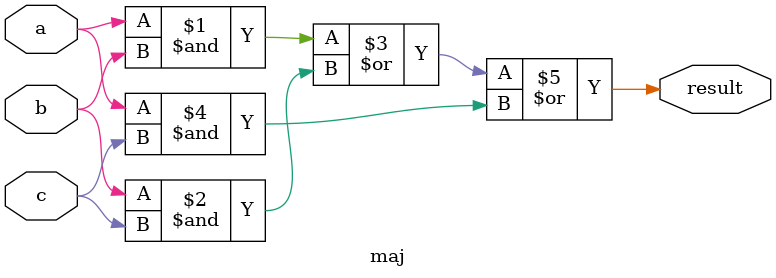
<source format=v>
`timescale 1ns / 1ps
module maj(
    input wire a,
    input wire b,
    input wire c,
    output wire result
);
    assign result = (a & b) | (b & c) | (a & c);
endmodule
</source>
